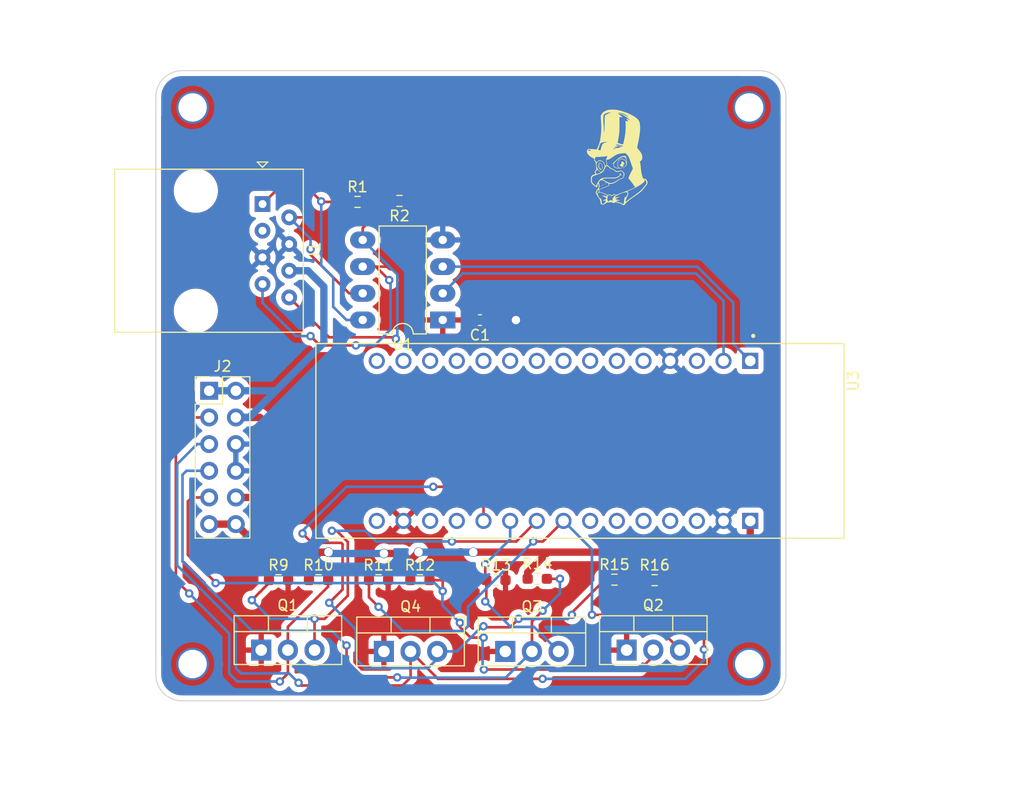
<source format=kicad_pcb>
(kicad_pcb (version 20211014) (generator pcbnew)

  (general
    (thickness 1.6)
  )

  (paper "A4")
  (layers
    (0 "F.Cu" signal)
    (31 "B.Cu" signal)
    (32 "B.Adhes" user "B.Adhesive")
    (33 "F.Adhes" user "F.Adhesive")
    (34 "B.Paste" user)
    (35 "F.Paste" user)
    (36 "B.SilkS" user "B.Silkscreen")
    (37 "F.SilkS" user "F.Silkscreen")
    (38 "B.Mask" user)
    (39 "F.Mask" user)
    (40 "Dwgs.User" user "User.Drawings")
    (41 "Cmts.User" user "User.Comments")
    (42 "Eco1.User" user "User.Eco1")
    (43 "Eco2.User" user "User.Eco2")
    (44 "Edge.Cuts" user)
    (45 "Margin" user)
    (46 "B.CrtYd" user "B.Courtyard")
    (47 "F.CrtYd" user "F.Courtyard")
    (48 "B.Fab" user)
    (49 "F.Fab" user)
    (50 "User.1" user)
    (51 "User.2" user)
    (52 "User.3" user)
    (53 "User.4" user)
    (54 "User.5" user)
    (55 "User.6" user)
    (56 "User.7" user)
    (57 "User.8" user)
    (58 "User.9" user)
  )

  (setup
    (stackup
      (layer "F.SilkS" (type "Top Silk Screen"))
      (layer "F.Paste" (type "Top Solder Paste"))
      (layer "F.Mask" (type "Top Solder Mask") (thickness 0.01))
      (layer "F.Cu" (type "copper") (thickness 0.035))
      (layer "dielectric 1" (type "core") (thickness 1.51) (material "FR4") (epsilon_r 4.5) (loss_tangent 0.02))
      (layer "B.Cu" (type "copper") (thickness 0.035))
      (layer "B.Mask" (type "Bottom Solder Mask") (thickness 0.01))
      (layer "B.Paste" (type "Bottom Solder Paste"))
      (layer "B.SilkS" (type "Bottom Silk Screen"))
      (copper_finish "None")
      (dielectric_constraints no)
    )
    (pad_to_mask_clearance 0)
    (pcbplotparams
      (layerselection 0x00010fc_ffffffff)
      (disableapertmacros false)
      (usegerberextensions true)
      (usegerberattributes false)
      (usegerberadvancedattributes false)
      (creategerberjobfile false)
      (svguseinch false)
      (svgprecision 6)
      (excludeedgelayer true)
      (plotframeref false)
      (viasonmask false)
      (mode 1)
      (useauxorigin false)
      (hpglpennumber 1)
      (hpglpenspeed 20)
      (hpglpendiameter 15.000000)
      (dxfpolygonmode true)
      (dxfimperialunits true)
      (dxfusepcbnewfont true)
      (psnegative false)
      (psa4output false)
      (plotreference true)
      (plotvalue false)
      (plotinvisibletext false)
      (sketchpadsonfab false)
      (subtractmaskfromsilk true)
      (outputformat 1)
      (mirror false)
      (drillshape 0)
      (scaleselection 1)
      (outputdirectory "gerbers/")
    )
  )

  (net 0 "")
  (net 1 "/RS485_A")
  (net 2 "/RS485_B")
  (net 3 "unconnected-(J1-Pad3)")
  (net 4 "/RS485_Z")
  (net 5 "/RS485_Y")
  (net 6 "+5V")
  (net 7 "/M1_DIR_OUT")
  (net 8 "/TIM2_CH2{slash}M1_SPEED_OUT")
  (net 9 "GND")
  (net 10 "/TIM2_CH4{slash}M2_SPEED_OUT")
  (net 11 "/M2_DIR_OUT")
  (net 12 "+3V3")
  (net 13 "/M1_DIR")
  (net 14 "/M2_DIR")
  (net 15 "/TIM2_CH4{slash}M2_SPEED")
  (net 16 "/TIM2_CH2{slash}M1_SPEED")
  (net 17 "/STM32_USART1_RX")
  (net 18 "/STM32_USART1_TX")
  (net 19 "unconnected-(U3-Pad3)")
  (net 20 "/STM32_USART1_DE{slash}RE")
  (net 21 "unconnected-(U3-Pad6)")
  (net 22 "unconnected-(U3-Pad7)")
  (net 23 "unconnected-(U3-Pad8)")
  (net 24 "unconnected-(U3-Pad9)")
  (net 25 "unconnected-(U3-Pad10)")
  (net 26 "unconnected-(U3-Pad11)")
  (net 27 "unconnected-(U3-Pad12)")
  (net 28 "unconnected-(U3-Pad13)")
  (net 29 "unconnected-(U3-Pad14)")
  (net 30 "unconnected-(U3-Pad15)")
  (net 31 "unconnected-(U3-Pad16)")
  (net 32 "unconnected-(U3-Pad18)")
  (net 33 "unconnected-(U3-Pad19)")
  (net 34 "unconnected-(U3-Pad24)")
  (net 35 "unconnected-(U3-Pad25)")
  (net 36 "unconnected-(U3-Pad26)")
  (net 37 "unconnected-(U3-Pad27)")
  (net 38 "unconnected-(U3-Pad28)")

  (footprint "Resistor_SMD:R_0603_1608Metric_Pad0.98x0.95mm_HandSolder" (layer "F.Cu") (at 11.684 48.514))

  (footprint "Resistor_SMD:R_0603_1608Metric_Pad0.98x0.95mm_HandSolder" (layer "F.Cu") (at 21.209 48.514))

  (footprint "Resistor_SMD:R_0603_1608Metric_Pad0.98x0.95mm_HandSolder" (layer "F.Cu") (at 19.2024 12.4968))

  (footprint "Resistor_SMD:R_0603_1608Metric_Pad0.98x0.95mm_HandSolder" (layer "F.Cu") (at 25.146 48.514))

  (footprint "Resistor_SMD:R_0603_1608Metric_Pad0.98x0.95mm_HandSolder" (layer "F.Cu") (at 47.498 48.514))

  (footprint "Connector_RJ:RJ45_Amphenol_54602-x08_Horizontal" (layer "F.Cu") (at 10.16 12.7 -90))

  (footprint "Package_TO_SOT_THT:TO-220-3_Vertical" (layer "F.Cu") (at 10.033 55.174))

  (footprint "Resistor_SMD:R_0603_1608Metric_Pad0.98x0.95mm_HandSolder" (layer "F.Cu") (at 32.385 48.514))

  (footprint "Connector_PinHeader_2.54mm:PinHeader_2x06_P2.54mm_Vertical" (layer "F.Cu") (at 5.08 30.48))

  (footprint "Resistor_SMD:R_0603_1608Metric_Pad0.98x0.95mm_HandSolder" (layer "F.Cu") (at 15.494 48.514))

  (footprint "Package_DIP:DIP-8_W7.62mm_LongPads" (layer "F.Cu") (at 27.32 23.739 180))

  (footprint "MountingHole:MountingHole_2.7mm_M2.5_DIN965_Pad_TopOnly" (layer "F.Cu") (at 56.5 56.5))

  (footprint "MountingHole:MountingHole_2.7mm_M2.5_DIN965_Pad_TopOnly" (layer "F.Cu") (at 3.5 3.5))

  (footprint "MountingHole:MountingHole_2.7mm_M2.5_DIN965_Pad_TopOnly" (layer "F.Cu") (at 3.5 56.5))

  (footprint "Package_TO_SOT_THT:TO-220-3_Vertical" (layer "F.Cu") (at 21.717 55.301))

  (footprint "MountingHole:MountingHole_2.7mm_M2.5_DIN965_Pad_TopOnly" (layer "F.Cu") (at 56.5 3.5))

  (footprint "Resistor_SMD:R_0603_1608Metric_Pad0.98x0.95mm_HandSolder" (layer "F.Cu") (at 36.322 48.387))

  (footprint "Resistor_SMD:R_0603_1608Metric_Pad0.98x0.95mm_HandSolder" (layer "F.Cu") (at 23.2 12.4 180))

  (footprint "Resistor_SMD:R_0603_1608Metric_Pad0.98x0.95mm_HandSolder" (layer "F.Cu") (at 43.672 48.466))

  (footprint "Package_TO_SOT_THT:TO-220-3_Vertical" (layer "F.Cu") (at 33.274 55.301))

  (footprint "Package_TO_SOT_THT:TO-220-3_Vertical" (layer "F.Cu") (at 44.831 55.174))

  (footprint "plib:epenguin_head_small" (layer "F.Cu") (at 43.942 8.255))

  (footprint "Capacitor_SMD:C_0603_1608Metric_Pad1.08x0.95mm_HandSolder" (layer "F.Cu") (at 30.861 23.749 180))

  (footprint "plib:MODULE_NUCLEO-L432KC" (layer "F.Cu") (at 40.386 35.2525 -90))

  (gr_line (start 0 2.5) (end 0 57.5) (layer "Edge.Cuts") (width 0.1) (tstamp 0b0ed82f-cd0f-483e-afb1-3d9c63626412))
  (gr_arc (start 57.5 0) (mid 59.267767 0.732233) (end 60 2.5) (layer "Edge.Cuts") (width 0.1) (tstamp 3026f0e5-2e03-4b09-8bf9-bf5e41de9fde))
  (gr_line (start 2.5 60) (end 57.5 60) (layer "Edge.Cuts") (width 0.1) (tstamp 3bc3a1f7-6e8d-4cb1-b522-61dab886a957))
  (gr_line (start 60 57.5) (end 60 2.5) (layer "Edge.Cuts") (width 0.1) (tstamp 55509fb5-1a05-4183-aa48-bc8ee8bff31d))
  (gr_line (start 57.5 0) (end 2.5 0) (layer "Edge.Cuts") (width 0.1) (tstamp a890f558-8662-408a-b127-32740c9a3a78))
  (gr_arc (start 2.5 60) (mid 0.732233 59.267767) (end 0 57.5) (layer "Edge.Cuts") (width 0.1) (tstamp af00085d-1794-4c99-952f-c446aee665f4))
  (gr_arc (start 60 57.5) (mid 59.267767 59.267767) (end 57.5 60) (layer "Edge.Cuts") (width 0.1) (tstamp d4fffbb7-788f-4b07-aa57-4a4d4fff19d5))
  (gr_arc (start 0 2.5) (mid 0.732233 0.732233) (end 2.5 0) (layer "Edge.Cuts") (width 0.1) (tstamp f721f40e-7993-44a7-bcd0-f5608efe0556))

  (segment (start 15.7988 12.4968) (end 15.748 12.446) (width 0.25) (layer "F.Cu") (net 1) (tstamp 021bfad1-1a09-44ff-a42d-befcf4348c57))
  (segment (start 10.16 12.7) (end 11.938 10.922) (width 0.25) (layer "F.Cu") (net 1) (tstamp 072bf934-f6a1-4e9d-99be-6bcac965cfe7))
  (segment (start 14.224 10.922) (end 15.748 12.446) (width 0.25) (layer "F.Cu") (net 1) (tstamp 079a62e9-c2e4-40bd-a26c-ef52b5e14a69))
  (segment (start 11.938 10.922) (end 14.224 10.922) (width 0.25) (layer "F.Cu") (net 1) (tstamp 81c65318-462d-4182-8d65-256cd4caad76))
  (segment (start 18.2899 12.4968) (end 15.7988 12.4968) (width 0.25) (layer "F.Cu") (net 1) (tstamp c7647252-0289-4cca-a3d2-5f9010db857b))
  (via (at 15.748 12.446) (size 0.8) (drill 0.4) (layers "F.Cu" "B.Cu") (net 1) (tstamp 3bcfa631-1dd4-4898-8e22-77dd790f7ab1))
  (segment (start 15.748 12.446) (end 15.748 18.542) (width 0.25) (layer "B.Cu") (net 1) (tstamp 18758a29-3318-41fa-8c39-db673d1a5044))
  (segment (start 18.151 23.739) (end 19.7 23.739) (width 0.25) (layer "B.Cu") (net 1) (tstamp 3b73301d-9fbe-45e3-aef1-f06153fe7e5f))
  (segment (start 15.748 18.542) (end 16.891 19.685) (width 0.25) (layer "B.Cu") (net 1) (tstamp 6f133c54-d5b4-476a-bc00-70cce2df80d8))
  (segment (start 16.891 22.479) (end 18.151 23.739) (width 0.25) (layer "B.Cu") (net 1) (tstamp af9b60d2-409a-4aa1-8211-94db1f90b557))
  (segment (start 16.891 19.685) (end 16.891 22.479) (width 0.25) (layer "B.Cu") (net 1) (tstamp b355aa47-4f3a-4b6b-9b2c-6a762e5462b7))
  (segment (start 14.732 17.018) (end 14.732 17.526) (width 0.25) (layer "F.Cu") (net 2) (tstamp 562c1bb4-807a-4f41-abf0-84d8306fcd6d))
  (segment (start 18.6417 13.97) (end 12.7 13.97) (width 0.25) (layer "F.Cu") (net 2) (tstamp 946833d8-cf88-4a83-89ec-01288c4ba83b))
  (segment (start 14.732 17.526) (end 18.405 21.199) (width 0.25) (layer "F.Cu") (net 2) (tstamp cc9152d0-3580-42f0-b03c-a2e29cc16b2d))
  (segment (start 18.405 21.199) (end 19.7 21.199) (width 0.25) (layer "F.Cu") (net 2) (tstamp d384bc90-0bfa-4af0-aea1-a96892e4cd93))
  (segment (start 20.1149 12.4968) (end 18.6417 13.97) (width 0.25) (layer "F.Cu") (net 2) (tstamp fbff3528-7b42-41ab-bf97-a543bf012360))
  (via (at 14.732 17.018) (size 0.8) (drill 0.4) (layers "F.Cu" "B.Cu") (net 2) (tstamp 5eb1e176-31c5-404b-9fe4-ddcc4c2a59b6))
  (segment (start 12.7 13.97) (end 14.732 16.002) (width 0.25) (layer "B.Cu") (net 2) (tstamp 7a1d1ed7-edc2-463a-8387-35921eff64aa))
  (segment (start 14.732 16.002) (end 14.732 17.018) (width 0.25) (layer "B.Cu") (net 2) (tstamp c0fd5835-756a-42c0-92bb-321373ef4c28))
  (segment (start 15.621 26.162) (end 19.05 26.162) (width 0.25) (layer "F.Cu") (net 4) (tstamp 0bc634a3-2b43-4ecb-bddb-a086a990d759))
  (segment (start 14.732 25.273) (end 15.621 26.162) (width 0.25) (layer "F.Cu") (net 4) (tstamp 0e8e94af-f45a-4ae8-a679-92580b44b11a))
  (segment (start 24.1125 12.4) (end 24.1125 17.2875) (width 0.25) (layer "F.Cu") (net 4) (tstamp 109c2a85-4cb5-4819-852f-05dd428325ed))
  (segment (start 22.741 18.659) (end 19.7 18.659) (width 0.25) (layer "F.Cu") (net 4) (tstamp 84e468b0-a6da-47b0-b18b-fe4bc50e584a))
  (segment (start 22.225 19.939) (end 20.945 18.659) (width 0.25) (layer "F.Cu") (net 4) (tstamp ba27e298-0eab-468e-9468-1453090ecd48))
  (segment (start 24.1125 17.2875) (end 22.741 18.659) (width 0.25) (layer "F.Cu") (net 4) (tstamp bd259cbc-0f77-4a69-bb1e-61ab5a14be6d))
  (segment (start 20.945 18.659) (end 19.7 18.659) (width 0.25) (layer "F.Cu") (net 4) (tstamp df4efa4e-437e-4716-8367-496e8305dd5f))
  (via (at 22.225 19.939) (size 0.8) (drill 0.4) (layers "F.Cu" "B.Cu") (net 4) (tstamp 3934e136-e668-413f-a938-39d5b3dae7f5))
  (via (at 14.732 25.273) (size 0.8) (drill 0.4) (layers "F.Cu" "B.Cu") (net 4) (tstamp 55b652b6-1d7b-4b10-8cc1-33a1beb02cf6))
  (via (at 19.05 26.162) (size 0.8) (drill 0.4) (layers "F.Cu" "B.Cu") (net 4) (tstamp e309d53e-573a-4a9e-8247-0b6b18d6390f))
  (segment (start 22.352 20.066) (end 22.225 19.939) (width 0.25) (layer "B.Cu") (net 4) (tstamp 55539e34-f643-444c-9162-d7f8b108bdc5))
  (segment (start 13.335 25.273) (end 14.732 25.273) (width 0.25) (layer "B.Cu") (net 4) (tstamp 5ed536e6-c57f-4dea-9669-87d9d81d4a73))
  (segment (start 10.16 20.32) (end 10.16 22.098) (width 0.25) (layer "B.Cu") (net 4) (tstamp 5ffd10af-5438-425d-90c1-894051600366))
  (segment (start 20.828 26.162) (end 22.352 24.638) (width 0.25) (layer "B.Cu") (net 4) (tstamp 63418526-9928-4eec-a6a4-6aac616d64af))
  (segment (start 19.05 26.162) (end 20.828 26.162) (width 0.25) (layer "B.Cu") (net 4) (tstamp 67525b84-d72a-45e1-826e-931191e295a2))
  (segment (start 22.352 24.638) (end 22.352 20.066) (width 0.25) (layer "B.Cu") (net 4) (tstamp a2ddf685-2dca-4cc2-9346-0729d47ca014))
  (segment (start 10.16 22.098) (end 12.319 24.257) (width 0.25) (layer "B.Cu") (net 4) (tstamp a3bf6576-c0d4-4640-a382-b947cbf55bac))
  (segment (start 12.319 24.257) (end 13.335 25.273) (width 0.25) (layer "B.Cu") (net 4) (tstamp b270f4e8-f0f3-4d21-a25a-6bf5af646c1e))
  (segment (start 22.2875 12.4) (end 19.7 14.9875) (width 0.25) (layer "F.Cu") (net 5) (tstamp 2e9fdb06-9b16-4dc2-92f6-77b21b764208))
  (segment (start 16.4975 25.3875) (end 22.7205 25.3875) (width 0.25) (layer "F.Cu") (net 5) (tstamp 3ce4e18f-5996-4071-81f3-0760b34c461a))
  (segment (start 19.7 14.9875) (end 19.7 16.119) (width 0.25) (layer "F.Cu") (net 5) (tstamp 5a9c1ff5-4f9f-4424-b588-6015519a3560))
  (segment (start 12.7 21.59) (end 16.4975 25.3875) (width 0.25) (layer "F.Cu") (net 5) (tstamp 8b9f20d6-1936-4603-b820-df7169423c34))
  (segment (start 22.7205 25.3875) (end 22.86 25.527) (width 0.25) (layer "F.Cu") (net 5) (tstamp cdee4d29-1254-4f18-9fd5-142b64ec5eff))
  (via (at 22.86 25.527) (size 0.8) (drill 0.4) (layers "F.Cu" "B.Cu") (net 5) (tstamp eac7cd7d-86c3-41e2-94b5-5e59371d1e6f))
  (segment (start 22.9995 25.3875) (end 22.86 25.527) (width 0.25) (layer "B.Cu") (net 5) (tstamp 0d9fcbd1-3607-42db-8706-a689c392baa8))
  (segment (start 19.7 16.119) (end 22.9995 19.4185) (width 0.25) (layer "B.Cu") (net 5) (tstamp 2bab33c2-f614-4669-be8d-27a46e31b151))
  (segment (start 22.9995 19.4185) (end 22.9995 25.3875) (width 0.25) (layer "B.Cu") (net 5) (tstamp b21d8af0-ebd7-4a61-8b13-8506aa8acda1))
  (segment (start 7.62 40.64) (end 9.271 40.64) (width 0.7) (layer "F.Cu") (net 6) (tstamp 0c7c6323-2581-4224-ad9c-7729508fdfc4))
  (segment (start 56.601 45.507) (end 56.601 42.8725) (width 0.7) (layer "F.Cu") (net 6) (tstamp 13584e23-840a-4745-90a4-0bcbb4d18a98))
  (segment (start 35.4095 47.7755) (end 35.4095 48.387) (width 0.7) (layer "F.Cu") (net 6) (tstamp 1a2eed79-2dff-43d5-92b2-1c49ddc2b6a0))
  (segment (start 15.621 45.847) (end 14.5815 46.8865) (width 0.7) (layer "F.Cu") (net 6) (tstamp 23b0aad7-fe2d-4a96-92a5-64a63dba1a50))
  (segment (start 10.668 33.782) (end 10.668 41.275) (width 0.7) (layer "F.Cu") (net 6) (tstamp 2f3692fc-f967-4fa2-b468-f6e679855844))
  (segment (start 5.08 43.18) (end 7.62 43.18) (width 0.7) (layer "F.Cu") (net 6) (tstamp 3a5e604d-7403-42ab-b283-55ef9b50db61))
  (segment (start 48.768 45.847) (end 37.338 45.847) (width 0.7) (layer "F.Cu") (net 6) (tstamp 3cd504fc-d44d-4a7e-abe7-9bcb72e41b89))
  (segment (start 23.495 45.974) (end 21.717 45.974) (width 0.7) (layer "F.Cu") (net 6) (tstamp 4274cd13-9a49-4bfe-bd6e-5a946c845d16))
  (segment (start 24.2335 46.7125) (end 23.495 45.974) (width 0.7) (layer "F.Cu") (net 6) (tstamp 481be2d2-cf5a-4233-a770-4f6384b7335d))
  (segment (start 25.019 45.847) (end 24.2335 46.6325) (width 0.7) (layer "F.Cu") (net 6) (tstamp 4868b244-4306-4d0e-a20c-95e3f99aa398))
  (segment (start 10.668 41.275) (end 10.287 41.656) (width 0.7) (layer "F.Cu") (net 6) (tstamp 6d82a6bb-2ee0-4568-a482-908290e2315b))
  (segment (start 10.287 45.847) (end 7.62 43.18) (width 0.7) (layer "F.Cu") (net 6) (tstamp 7e1ba587-864e-47ff-adc6-4a035a351154))
  (segment (start 16.51 45.847) (end 15.621 45.847) (width 0.7) (layer "F.Cu") (net 6) (tstamp 86f6660d-fa96-4a4c-94e0-167e7b2e35ac))
  (segment (start 9.906 33.02) (end 10.668 33.782) (width 0.7) (layer "F.Cu") (net 6) (tstamp 8a639ea7-1a7f-4e03-876c-4712271dd566))
  (segment (start 16.51 45.847) (end 10.287 45.847) (width 0.7) (layer "F.Cu") (net 6) (tstamp 8b421f2d-2bd1-4a4a-b189-69de6980b9d1))
  (segment (start 46.5855 48.514) (end 46.5855 47.0135) (width 0.7) (layer "F.Cu") (net 6) (tstamp 8ceeef3e-a608-4910-91a1-7aec09a43096))
  (segment (start 56.261 45.847) (end 56.601 45.507) (width 0.7) (layer "F.Cu") (net 6) (tstamp 9574e0a6-fe54-4ee4-bcc2-48a354b663c6))
  (segment (start 14.5815 46.8865) (end 14.5815 48.514) (width 0.7) (layer "F.Cu") (net 6) (tstamp 9a2a5e7a-2e85-43ac-b5f8-fb06790bdb3b))
  (segment (start 48.768 45.847) (end 56.261 45.847) (width 0.7) (layer "F.Cu") (net 6) (tstamp a2eb927a-4f42-4628-abf6-2eea793f1d78))
  (segment (start 24.2335 48.514) (end 24.2335 46.7125) (width 0.7) (layer "F.Cu") (net 6) (tstamp be2161ac-6159-4f06-b3f0-48715298f9a0))
  (segment (start 46.5855 47.0135) (end 47.752 45.847) (width 0.7) (layer "F.Cu") (net 6) (tstamp c412508b-f481-46e3-87f9-76cb8d058e6b))
  (segment (start 10.287 41.656) (end 10.287 45.847) (width 0.7) (layer "F.Cu") (net 6) (tstamp c5c42121-a541-4c31-b0a6-152f23e29237))
  (segment (start 37.338 45.847) (end 30.226 45.847) (width 0.7) (layer "F.Cu") (net 6) (tstamp d771010b-58e3-4abe-8337-16a9ee1adbb1))
  (segment (start 7.62 33.02) (end 9.906 33.02) (width 0.7) (layer "F.Cu") (net 6) (tstamp da521b24-3f20-4097-9aa5-0f49a22004ea))
  (segment (start 47.752 45.847) (end 48.768 45.847) (width 0.7) (layer "F.Cu") (net 6) (tstamp dcb4e53f-5a93-4bc7-b71e-ea7324270aa3))
  (segment (start 9.271 40.64) (end 10.287 41.656) (width 0.7) (layer "F.Cu") (net 6) (tstamp ec643f87-65c1-4b20-b12c-a34dc18b0c9a))
  (segment (start 24.2335 46.6325) (end 24.2335 48.514) (width 0.7) (layer "F.Cu") (net 6) (tstamp f1a7c216-c25a-46ed-a8d4-a208ed2ab179))
  (segment (start 37.338 45.847) (end 35.4095 47.7755) (width 0.7) (layer "F.Cu") (net 6) (tstamp f8c3b766-0426-4ed0-b637-7b39e1e49e11))
  (via (at 21.717 45.974) (size 0.9) (drill 0.8) (layers "F.Cu" "B.Cu") (net 6) (tstamp 8c7dfac8-4637-4736-867c-7a8cad94f7ff))
  (via (at 16.4445 45.847) (size 0.9) (drill 0.8) (layers "F.Cu" "B.Cu") (net 6) (tstamp 9917218d-d6b9-4476-8d50-9cd65967b2cd))
  (via (at 25.019 45.847) (size 0.9) (drill 0.8) (layers "F.Cu" "B.Cu") (net 6) (tstamp d6a5c574-e79e-4caa-8762-3e02a43e852b))
  (via (at 30.226 45.847) (size 0.9) (drill 0.8) (layers "F.Cu" "B.Cu") (net 6) (tstamp fe28e084-9bb0-4079-a42b-ace7fd2ee54c))
  (segment (start 14.478 19.05) (end 16.002 20.574) (width 0.7) (layer "B.Cu") (net 6) (tstamp 41476b7d-2d3f-4323-b0a0-6b2bd438edc0))
  (segment (start 16.002 25.908) (end 11.43 30.48) (width 0.7) (layer "B.Cu") (net 6) (tstamp 576bf1aa-11a5-45c8-8556-43625b1c9678))
  (segment (start 11.43 30.48) (end 7.62 30.48) (width 0.7) (layer "B.Cu") (net 6) (tstamp 8b8da5c4-6c8b-49f8-af69-accfe63d190b))
  (segment (start 30.226 45.847) (end 25.019 45.847) (width 0.7) (layer "B.Cu") (net 6) (tstamp 9c1958cf-87e3-466a-809c-957f614b8b20))
  (segment (start 7.62 33.02) (end 8.89 33.02) (width 0.7) (layer "B.Cu") (net 6) (tstamp b3971f97-9dd2-45bf-8600-04c3bcaced8a))
  (segment (start 12.7 19.05) (end 14.478 19.05) (width 0.7) (layer "B.Cu") (net 6) (tstamp b7e1b280-aad2-4b35-8170-801a5e0f6c60))
  (segment (start 8.89 33.02) (end 11.43 30.48) (width 0.7) (layer "B.Cu") (net 6) (tstamp c00b82b5-5c18-40fc-9cee-98f5f29da11e))
  (segment (start 16.5715 45.974) (end 16.4445 45.847) (width 0.7) (layer "B.Cu") (net 6) (tstamp cfff3910-0003-493a-bf6b-d5431fd21672))
  (segment (start 16.002 20.574) (end 16.002 25.908) (width 0.7) (layer "B.Cu") (net 6) (tstamp eaf0bf35-c0b0-42f7-9c0c-08eeb0ec0213))
  (segment (start 21.717 45.974) (end 16.5715 45.974) (width 0.7) (layer "B.Cu") (net 6) (tstamp eb64dbff-9c06-49dc-9b60-7cb67e15db7f))
  (segment (start 5.08 30.48) (end 7.62 30.48) (width 0.7) (layer "B.Cu") (net 6) (tstamp f256054b-4e2c-4e27-8f01-4b77d854a745))
  (segment (start 1.905 34.671) (end 3.556 33.02) (width 0.25) (layer "F.Cu") (net 7) (tstamp 67f17c5f-6edf-4b97-8133-e0cc795ce06a))
  (segment (start 3.175 49.784) (end 1.905 48.514) (width 0.25) (layer "F.Cu") (net 7) (tstamp 79d843f4-cf6a-4a22-bf07-ac685df0a019))
  (segment (start 16.4065 49.1255) (end 12.573 52.959) (width 0.25) (layer "F.Cu") (net 7) (tstamp 7e2c53bd-7981-448d-afa3-120a860f9788))
  (segment (start 1.905 48.514) (end 1.905 34.671) (width 0.25) (layer "F.Cu") (net 7) (tstamp 87747ded-a405-4509-860b-234c49b190b8))
  (segment (start 3.556 33.02) (end 5.08 33.02) (width 0.25) (layer "F.Cu") (net 7) (tstamp a6052132-8c75-4539-9f42-c25ceb6e4078))
  (segment (start 16.4065 48.514) (end 16.4065 49.1255) (width 0.25) (layer "F.Cu") (net 7) (tstamp cda4312f-8fa8-41a1-87fd-8f0fd8e86e37))
  (segment (start 12.573 52.959) (end 12.573 55.174) (width 0.25) (layer "F.Cu") (net 7) (tstamp dbfd3f77-01d9-4839-91d6-8ca526fc0c61))
  (segment (start 12.573 57.404) (end 11.811 58.166) (width 0.25) (layer "F.Cu") (net 7) (tstamp f2780041-584b-4e11-a880-c67b0d131d0a))
  (segment (start 12.573 55.174) (end 12.573 57.404) (width 0.25) (layer "F.Cu") (net 7) (tstamp f895331e-4e9d-4c9d-9465-e08d4c6fdadd))
  (via (at 11.811 58.166) (size 0.8) (drill 0.4) (layers "F.Cu" "B.Cu") (net 7) (tstamp 89d2ed87-161f-4bd9-833c-c0d13ba80c56))
  (via (at 3.175 49.784) (size 0.8) (drill 0.4) (layers "F.Cu" "B.Cu") (net 7) (tstamp f7d93fa1-6e9f-42eb-b768-1ca6edf9cdc0))
  (segment (start 11.811 58.166) (end 7.747 58.166) (width 0.25) (layer "B.Cu") (net 7) (tstamp 2f690d7b-69c6-4bf8-9d5b-da5e0b12c3b1))
  (segment (start 6.985 53.594) (end 3.175 49.784) (width 0.25) (layer "B.Cu") (net 7) (tstamp 4ef56206-ed14-4b2d-b0d9-6499b608c8b7))
  (segment (start 7.747 58.166) (end 6.985 57.404) (width 0.25) (layer "B.Cu") (net 7) (tstamp 905b4306-8004-436a-a47e-271f5486fa17))
  (segment (start 6.985 57.404) (end 6.985 53.594) (width 0.25) (layer "B.Cu") (net 7) (tstamp f0813858-6f57-4905-807b-c5817a405a9c))
  (segment (start 24.257 57.785) (end 23.495 58.547) (width 0.25) (layer "F.Cu") (net 8) (tstamp 0060ae3a-f6b8-421f-b3bf-5754f3367374))
  (segment (start 26.868 57.912) (end 24.257 55.301) (width 0.25) (layer "F.Cu") (net 8) (tstamp 09e283c3-7b38-439c-b859-01b4be1db432))
  (segment (start 48.4105 48.514) (end 52.197 52.3005) (width 0.25) (layer "F.Cu") (net 8) (tstamp 6b715cf9-a6fd-4d28-bc1c-017dd3c55bdf))
  (segment (start 24.257 55.301) (end 24.257 57.785) (width 0.25) (layer "F.Cu") (net 8) (tstamp a1b57099-7283-42d1-95f3-1e94d192a17a))
  (segment (start 23.495 58.547) (end 13.843 58.547) (width 0.25) (layer "F.Cu") (net 8) (tstamp a643e457-c95c-46c9-b7c3-2b914a61e25c))
  (segment (start 13.843 58.547) (end 13.589 58.293) (width 0.25) (layer "F.Cu") (net 8) (tstamp bec8f274-010c-4b1b-b473-ce9f5a41518c))
  (segment (start 36.83 57.912) (end 26.868 57.912) (width 0.25) (layer "F.Cu") (net 8) (tstamp d1190948-d7cc-43fb-84ec-31896582328f))
  (segment (start 52.197 52.3005) (end 52.197 55.118) (width 0.25) (layer "F.Cu") (net 8) (tstamp f15488e0-d763-4371-aba8-87b72e2caf77))
  (via (at 36.83 57.912) (size 0.8) (drill 0.4) (layers "F.Cu" "B.Cu") (net 8) (tstamp 32731030-780a-4b10-99ba-29317ac96870))
  (via (at 52.197 55.118) (size 0.8) (drill 0.4) (layers "F.Cu" "B.Cu") (net 8) (tstamp 3283ba72-652c-4614-8c1b-38c4000e84ae))
  (via (at 13.589 58.293) (size 0.8) (drill 0.4) (layers "F.Cu" "B.Cu") (net 8) (tstamp d48294f5-b0b3-4fd0-838d-6ad5498f7d26))
  (segment (start 13.589 58.293) (end 12.687 57.391) (width 0.25) (layer "B.Cu") (net 8) (tstamp 0b65a6dc-1de9-4291-ba74-d01229c3cf92))
  (segment (start 7.62 52.705) (end 2.032 47.117) (width 0.25) (layer "B.Cu") (net 8) (tstamp 17ec3929-61da-4dc3-b564-383f9a04d260))
  (segment (start 8.115 57.391) (end 7.62 56.896) (width 0.25) (layer "B.Cu") (net 8) (tstamp 19702f1d-0acf-466d-b054-7eb2c74dd309))
  (segment (start 3.937 35.56) (end 5.08 35.56) (width 0.25) (layer "B.Cu") (net 8) (tstamp 251b84e3-ff69-4bf9-a9bb-7912c65ba625))
  (segment (start 52.197 56.134) (end 52.197 55.118) (width 0.25) (layer "B.Cu") (net 8) (tstamp 2b7a5fc5-0cda-47c1-984a-cd9e9eba5bf7))
  (segment (start 2.032 47.117) (end 2.032 37.465) (width 0.25) (layer "B.Cu") (net 8) (tstamp 79d60862-66ee-4a5d-9477-531ad060cead))
  (segment (start 2.032 37.465) (end 3.937 35.56) (width 0.25) (layer "B.Cu") (net 8) (tstamp 937baf0c-3dcd-4746-a5ce-21fc8dc1039c))
  (segment (start 12.687 57.391) (end 8.115 57.391) (width 0.25) (layer "B.Cu") (net 8) (tstamp b597fdcb-e9a3-4834-8744-1b85ab58a564))
  (segment (start 7.62 56.896) (end 7.62 52.705) (width 0.25) (layer "B.Cu") (net 8) (tstamp bda1814d-3a22-40ba-84fa-665fee135467))
  (segment (start 50.419 57.912) (end 52.197 56.134) (width 0.25) (layer "B.Cu") (net 8) (tstamp e68bab03-8f0c-4659-a25c-b0ce298122c0))
  (segment (start 36.83 57.912) (end 50.419 57.912) (width 0.25) (layer "B.Cu") (net 8) (tstamp f9df68a6-3656-414a-854c-362461238c33))
  (segment (start 31.7235 23.749) (end 34.29 23.749) (width 0.7) (layer "F.Cu") (net 9) (tstamp 85b374bc-3e94-4bdf-97a9-a95abe1ebe10))
  (via (at 34.29 23.749) (size 0.9) (drill 0.8) (layers "F.Cu" "B.Cu") (net 9) (tstamp 3a606abb-aefd-4733-8c71-9613c7664863))
  (segment (start 18.161 54.737) (end 18.161 56.642) (width 0.25) (layer "F.Cu") (net 10) (tstamp 08731d26-ed19-448b-9502-37ac5ff561d5))
  (segment (start 37.2345 48.387) (end 38.481 48.387) (width 0.25) (layer "F.Cu") (net 10) (tstamp 231e3775-4380-4da4-89cc-baf441c543bd))
  (segment (start 35.814 52.451) (end 36.83 51.435) (width 0.25) (layer "F.Cu") (net 10) (tstamp 29e0b322-262c-4528-bf9b-1300bf3db062))
  (segment (start 18.161 56.642) (end 19.05 57.531) (width 0.25) (layer "F.Cu") (net 10) (tstamp 5fd617fa-3a43-46db-92f3-6925aead3524))
  (segment (start 19.2915 57.7725) (end 22.987 57.7725) (width 0.25) (layer "F.Cu") (net 10) (tstamp bda86f06-7980-4fb6-bc97-670293e4d48e))
  (segment (start 35.814 55.301) (end 35.814 52.451) (width 0.25) (layer "F.Cu") (net 10) (tstamp bef48c31-4514-41ee-82b5-418176a20d68))
  (segment (start 19.05 57.531) (end 19.2915 57.7725) (width 0.25) (layer "F.Cu") (net 10) (tstamp ce8e9fe8-c932-4ccf-a63f-7b0a516eed57))
  (via (at 36.83 51.435) (size 0.8) (drill 0.4) (layers "F.Cu" "B.Cu") (net 10) (tstamp 094fb761-3a19-4977-800a-2ed7a55ebe2b))
  (via (at 38.481 48.387) (size 0.8) (drill 0.4) (layers "F.Cu" "B.Cu") (net 10) (tstamp 4816f009-7b85-42b5-ae2a-e90d4f05c446))
  (via (at 18.161 54.737) (size 0.8) (drill 0.4) (layers "F.Cu" "B.Cu") (net 10) (tstamp 4fd45cbb-d8f4-45e4-8e1c-99a0ed72c8f3))
  (via (at 22.987 57.7725) (size 0.8) (drill 0.4) (layers "F.Cu" "B.Cu") (net 10) (tstamp fe7ea6b2-4e90-46b3-b465-e957293b8495))
  (segment (start 33.3175 57.7975) (end 35.814 55.301) (width 0.25) (layer "B.Cu") (net 10) (tstamp 1045e6d7-2ca9-4b71-a941-735adb4c09ac))
  (segment (start 5.08 38.1) (end 2.921 38.1) (width 0.25) (layer "B.Cu") (net 10) (tstamp 25f34a9f-ff4e-41cb-b7d4-60269b517c98))
  (segment (start 36.83 51.435) (end 38.481 49.784) (width 0.25) (layer "B.Cu") (net 10) (tstamp 4e2b10f9-fef0-4c0d-983a-978c5a3c6694))
  (segment (start 16.51 53.34) (end 16.764 53.34) (width 0.25) (layer "B.Cu") (net 10) (tstamp 515475f4-f96a-4728-a3c6-df18ab5f73ce))
  (segment (start 2.921 38.1) (end 2.54 38.481) (width 0.25) (layer "B.Cu") (net 10) (tstamp 560c4357-0b1c-48f5-95c3-47ce32add646))
  (segment (start 2.667 46.863) (end 9.144 53.34) (width 0.25) (layer "B.Cu") (net 10) (tstamp 881336d6-cfef-4953-8627-3324a2c015ab))
  (segment (start 2.54 46.736) (end 2.667 46.863) (width 0.25) (layer "B.Cu") (net 10) (tstamp a62b25e7-bfac-4398-a569-037edb3e947c))
  (segment (start 38.481 49.784) (end 38.481 48.387) (width 0.25) (layer "B.Cu") (net 10) (tstamp b6813b62-969e-4842-b481-84f9822cd4f8))
  (segment (start 9.144 53.34) (end 16.51 53.34) (width 0.25) (layer "B.Cu") (net 10) (tstamp c34c6fac-4083-4d6f-ad6a-51c92fb468e0))
  (segment (start 23.012 57.7975) (end 33.3175 57.7975) (width 0.25) (layer "B.Cu") (net 10) (tstamp c491b998-3a60-48bc-889c-0493216003a0))
  (segment (start 22.987 57.7725) (end 23.012 57.7975) (width 0.25) (layer "B.Cu") (net 10) (tstamp c90d14f6-f9f7-4fc1-9390-a235c91c90f2))
  (segment (start 2.54 38.481) (end 2.54 46.736) (width 0.25) (layer "B.Cu") (net 10) (tstamp da9fe687-659f-478c-843f-3d776e6d7331))
  (segment (start 16.764 53.34) (end 18.161 54.737) (width 0.25) (layer "B.Cu") (net 10) (tstamp ffab1661-71dd-4645-84f2-9c3402d0e588))
  (segment (start 46.101 57.023) (end 47.371 55.753) (width 0.25) (layer "F.Cu") (net 11) (tstamp 14536f01-9185-40b3-86bc-b5b4e6d3264f))
  (segment (start 3.429 40.64) (end 3.048 41.021) (width 0.25) (layer "F.Cu") (net 11) (tstamp 2356e48b-614b-4b8e-8a2b-76c5b8b565f7))
  (segment (start 5.08 40.64) (end 3.429 40.64) (width 0.25) (layer "F.Cu") (net 11) (tstamp 406ee787-0ae7-4f59-acf1-8b9afc7ae222))
  (segment (start 27.316385 48.525385) (end 27.316385 49.558493) (width 0.25) (layer "F.Cu") (net 11) (tstamp 412048f0-093d-45d9-95c1-fc5546ab921c))
  (segment (start 31.214958 53.983668) (end 29.963168 53.983668) (width 0.25) (layer "F.Cu") (net 11) (tstamp 48af4e10-0f1f-4afb-8043-c526b50be8e9))
  (segment (start 3.048 46.101) (end 3.302 46.355) (width 0.25) (layer "F.Cu") (net 11) (tstamp 577c7e8d-e7fa-48ef-b59d-35103415666c))
  (segment (start 31.242 57.023) (end 46.101 57.023) (width 0.25) (layer "F.Cu") (net 11) (tstamp 5790cef5-8707-4479-a634-e5a14a58cd7b))
  (segment (start 47.371 55.753) (end 47.371 55.174) (width 0.25) (layer "F.Cu") (net 11) (tstamp 5cce254c-8188-4617-bbe7-f6d97b71e391))
  (segment (start 3.048 41.021) (end 3.048 46.101) (width 0.25) (layer "F.Cu") (net 11) (tstamp 6db855a4-d1c3-4e6d-bde5-696005ce95fd))
  (segment (start 27.305 48.514) (end 27.316385 48.525385) (width 0.25) (layer "F.Cu") (net 11) (tstamp 75e36437-df41-4cc3-9e9a-9ce4a718b65c))
  (segment (start 5.691155 48.744155) (end 5.691155 48.791845) (width 0.25) (layer "F.Cu") (net 11) (tstamp c5863be7-eb97-4d42-ad45-45a69b919f02))
  (segment (start 3.302 46.355) (end 5.691155 48.744155) (width 0.25) (layer "F.Cu") (net 11) (tstamp d00ea0ef-f013-4763-bc8d-3e2fb6ff753b))
  (segment (start 26.0585 48.514) (end 27.305 48.514) (width 0.25) (layer "F.Cu") (net 11) (tstamp dba9b464-ccc6-4dac-9980-906c8c5c8439))
  (segment (start 28.956 52.9765) (end 28.956 52.578) (width 0.25) (layer "F.Cu") (net 11) (tstamp f4a57a97-ab6d-4568-ab81-8310e6ec64c7))
  (segment (start 29.963168 53.983668) (end 28.956 52.9765) (width 0.25) (layer "F.Cu") (net 11) (tstamp f9c81306-ef7d-448a-bbd4-ebab01245efd))
  (via (at 28.956 52.578) (size 0.8) (drill 0.4) (layers "F.Cu" "B.Cu") (net 11) (tstamp 27010eb7-0349-4eff-88a7-023d50496752))
  (via (at 27.316385 49.558493) (size 0.8) (drill 0.4) (layers "F.Cu" "B.Cu") (net 11) (tstamp 43fc4866-467f-47d2-96d5-50eebb195c02))
  (via (at 31.242 57.023) (size 0.8) (drill 0.4) (layers "F.Cu" "B.Cu") (net 11) (tstamp 52cdf93e-507b-4f7b-b808-b39d01e2e715))
  (via (at 5.691155 48.791845) (size 0.8) (drill 0.4) (layers "F.Cu" "B.Cu") (net 11) (tstamp 7854e0c9-56d1-4ec6-8148-813c3037057b))
  (via (at 31.214958 53.983668) (size 0.8) (drill 0.4) (layers "F.Cu" "B.Cu") (net 11) (tstamp 8075f62e-fa1d-4980-9bd7-d84f182ce0a3))
  (segment (start 31.242 57.023) (end 31.115 56.896) (width 0.25) (layer "B.Cu") (net 11) (tstamp 390acae6-19ab-4625-b4d2-966319088ca2))
  (segment (start 31.115 54.083626) (end 31.214958 53.983668) (width 0.25) (layer "B.Cu") (net 11) (tstamp 439466f6-9724-46ce-99c0-59f5eedfc2da))
  (segment (start 27.316385 49.558493) (end 27.2925 49.582378) (width 0.25) (layer "B.Cu") (net 11) (tstamp 64cc70c8-ae18-41ba-80ec-2ea36c4b76dc))
  (segment (start 26.549737 48.791845) (end 27.316385 49.558493) (width 0.25) (layer "B.Cu") (net 11) (tstamp 715cc2c7-8636-4bf5-9460-1b59d30fad51))
  (segment (start 27.2925 50.9145) (end 28.956 52.578) (width 0.25) (layer "B.Cu") (net 11) (tstamp 9282da5c-7250-4dd1-b1bd-f98703bd2004))
  (segment (start 5.691155 48.791845) (end 26.549737 48.791845) (width 0.25) (layer "B.Cu") (net 11) (tstamp a9b0be6b-b66d-48e4-b1f7-d81ea0947a17))
  (segment (start 31.115 56.896) (end 31.115 54.083626) (width 0.25) (layer "B.Cu") (net 11) (tstamp ccaf96d7-b7a5-41dd-9f8a-3237df8e6f7c))
  (segment (start 27.2925 49.582378) (end 27.2925 50.9145) (width 0.25) (layer "B.Cu") (net 11) (tstamp e7c15be6-53b8-461d-8ba3-2d5da162a9c1))
  (segment (start 9.144 50.419) (end 10.7715 48.7915) (width 0.25) (layer "F.Cu") (net 13) (tstamp 0a6f596a-a370-4e2e-a566-eaddb15bedba))
  (segment (start 16.764 43.815) (end 17.216401 43.815) (width 0.25) (layer "F.Cu") (net 13) (tstamp 0bf9316e-4a4c-42d0-8e36-377227b11ede))
  (segment (start 16.081309 52.197) (end 15.113 52.197) (width 0.25) (layer "F.Cu") (net 13) (tstamp 135c69cf-9518-419b-a36d-9f96f0ad61c1))
  (segment (start 10.7715 48.7915) (end 10.7715 48.514) (width 0.25) (layer "F.Cu") (net 13) (tstamp 2da472a3-c87e-487b-8893-58c045c44869))
  (segment (start 15.113 55.174) (end 15.113 52.197) (width 0.25) (layer "F.Cu") (net 13) (tstamp 6b28d2e7-23f5-4723-888a-84ee012c2a63))
  (segment (start 34.3225 44.831) (end 36.281 42.8725) (width 0.25) (layer "F.Cu") (net 13) (tstamp 6d982215-7c57-4fd5-a784-6a23e55ad126))
  (segment (start 18.279501 44.8781) (end 18.279501 49.998808) (width 0.25) (layer "F.Cu") (net 13) (tstamp bede1cef-ab15-42b4-a4ca-96cd62895b79))
  (segment (start 28.194 44.831) (end 34.3225 44.831) (width 0.25) (layer "F.Cu") (net 13) (tstamp c06229cb-8bf3-4c0f-a4df-f03206ace221))
  (segment (start 17.216401 43.815) (end 18.279501 44.8781) (width 0.25) (layer "F.Cu") (net 13) (tstamp ccfe1ac7-ddd0-47f3-bb8c-550ab3dea7f0))
  (segment (start 18.279501 49.998808) (end 16.081309 52.197) (width 0.25) (layer "F.Cu") (net 13) (tstamp e360780d-fc4d-492d-8a24-1b4257a92d4c))
  (via (at 9.144 50.419) (size 0.8) (drill 0.4) (layers "F.Cu" "B.Cu") (net 13) (tstamp 0cc89232-52a9-4969-a2e2-7b1acbda78ba))
  (via (at 16.764 43.815) (size 0.8) (drill 0.4) (layers "F.Cu" "B.Cu") (net 13) (tstamp 0ce986a6-b69a-4f3a-969d-98ce38d588a0))
  (via (at 15.113 52.197) (size 0.8) (drill 0.4) (layers "F.Cu" "B.Cu") (net 13) (tstamp 759b402d-c9cc-4b17-8d12-7315595f43d3))
  (via (at 28.194 44.831) (size 0.8) (drill 0.4) (layers "F.Cu" "B.Cu") (net 13) (tstamp a027d835-f138-4243-b0d2-2c79ae1e3b9d))
  (segment (start 19.939 43.815) (end 20.955 44.831) (width 0.25) (layer "B.Cu") (net 13) (tstamp 1e4c3f21-8eb9-4a60-803f-7598816c3240))
  (segment (start 10.922 52.197) (end 9.144 50.419) (width 0.25) (layer "B.Cu") (net 13) (tstamp 40764629-23e2-46fd-8745-ff50d020713a))
  (segment (start 15.113 52.197) (end 10.922 52.197) (width 0.25) (layer "B.Cu") (net 13) (tstamp 558e1ab2-fcb0-4f7e-b07f-45c59a12d39d))
  (segment (start 20.955 44.831) (end 28.194 44.831) (width 0.25) (layer "B.Cu") (net 13) (tstamp b8738f77-baf5-4338-ba51-4bed8b38cb41))
  (segment (start 16.764 43.815) (end 19.939 43.815) (width 0.25) (layer "B.Cu") (net 13) (tstamp d4dc7dfe-1714-4ccf-aff3-8f279ad62ad9))
  (segment (start 46.6005 51.816) (end 41.529 51.816) (width 0.25) (layer "F.Cu") (net 14) (tstamp 09f58cb6-5711-411f-9d6c-4133ed159dbb))
  (segment (start 49.911 55.1265) (end 46.6005 51.816) (width 0.25) (layer "F.Cu") (net 14) (tstamp 40ab6886-0f3f-4c24-8342-600030d6e2eb))
  (segment (start 36.8625 44.831) (end 35.941 44.831) (width 0.25) (layer "F.Cu") (net 14) (tstamp 5747ce23-59d0-491f-b414-ec557ba67924))
  (segment (start 20.2965 50.1415) (end 20.2965 48.514) (width 0.25) (layer "F.Cu") (net 14) (tstamp 61a3ac40-d95f-4304-97fb-e839ed689c3b))
  (segment (start 38.821 42.8725) (end 36.8625 44.831) (width 0.25) (layer "F.Cu") (net 14) (tstamp b8cc7e82-df90-4afd-a6d3-306dc99ae979))
  (segment (start 49.911 55.174) (end 49.911 55.1265) (width 0.25) (layer "F.Cu") (net 14) (tstamp d9620086-6299-46dd-9472-437b56ab5e5e))
  (segment (start 21.209 51.054) (end 20.2965 50.1415) (width 0.25) (layer "F.Cu") (net 14) (tstamp f9b8a761-6d75-452a-8e84-8faa2af48dad))
  (via (at 35.941 44.831) (size 0.8) (drill 0.4) (layers "F.Cu" "B.Cu") (net 14) (tstamp 0ebc1f05-2fd6-411b-ad2e-49f052dbefc9))
  (via (at 21.209 51.054) (size 0.8) (drill 0.4) (layers "F.Cu" "B.Cu") (net 14) (tstamp 35d0181a-a8a9-4604-bc99-97606956a4d7))
  (via (at 41.529 51.816) (size 0.8) (drill 0.4) (layers "F.Cu" "B.Cu") (net 14) (tstamp 79c65403-f14b-4657-b425-25da058bf9b4))
  (segment (start 41.529 45.5805) (end 41.529 51.816) (width 0.25) (layer "B.Cu") (net 14) (tstamp 0dfd58ca-23db-47dc-878b-0b9007d29471))
  (segment (start 35.941 44.831) (end 29.7305 51.0415) (width 0.25) (layer "B.Cu") (net 14) (tstamp 1a2b2b79-5c3a-4472-b7b8-694633440905))
  (segment (start 23.5075 53.3525) (end 21.209 51.054) (width 0.25) (layer "B.Cu") (net 14) (tstamp 1b509001-e54a-4443-ab5e-2a67111b4be9))
  (segment (start 29.7305 52.898809) (end 29.276809 53.3525) (width 0.25) (layer "B.Cu") (net 14) (tstamp 4e2c3133-adfd-45dd-81f0-c9a3e0f1e024))
  (segment (start 29.7305 51.0415) (end 29.7305 52.898809) (width 0.25) (layer "B.Cu") (net 14) (tstamp 8d24948f-67b3-40c4-a90b-2617022d8ed6))
  (segment (start 29.276809 53.3525) (end 23.5075 53.3525) (width 0.25) (layer "B.Cu") (net 14) (tstamp 9bdc8cfe-5f27-4d40-bc0c-cea31bce3ce3))
  (segment (start 38.821 42.8725) (end 41.529 45.5805) (width 0.25) (layer "B.Cu") (net 14) (tstamp e525cf06-b4c9-4b51-b33e-396bd0cc09ae))
  (segment (start 31.4725 48.514) (end 31.4725 50.4425) (width 0.25) (layer "F.Cu") (net 15) (tstamp 212b435c-04e1-48f5-9ba6-5d2294f8eed2))
  (segment (start 31.369 48.4105) (end 31.4725 48.514) (width 0.25) (layer "F.Cu") (net 15) (tstamp 6a2b51c4-7521-449b-9323-f8ac75ea405d))
  (segment (start 31.4725 50.4425) (end 31.369 50.546) (width 0.25) (layer "F.Cu") (net 15) (tstamp d7fa70e4-373a-4260-8895-f32e1c6321b4))
  (segment (start 31.369 46.99) (end 31.369 48.4105) (width 0.25) (layer "F.Cu") (net 15) (tstamp ece0be63-be1a-435a-889f-ec0573a5a9e5))
  (via (at 31.369 50.546) (size 0.8) (drill 0.4) (layers "F.Cu" "B.Cu") (net 15) (tstamp c41a32c7-0a6e-40f0-b4f4-ace4fa4b4d4e))
  (via (at 31.369 46.99) (size 0.8) (drill 0.4) (layers "F.Cu" "B.Cu") (net 15) (tstamp fb037990-9e3a-4a6d-b14f-9445978c1492))
  (segment (start 33.7945 52.9715) (end 31.369 50.546) (width 0.25) (layer "B.Cu") (net 15) (tstamp 4c4208dd-d8a0-47cd-9b55-e7679a763529))
  (segment (start 33.741 42.8725) (end 33.741 44.618) (width 0.25) (layer "B.Cu") (net 15) (tstamp a865fa31-cff8-437f-a08c-e1bed81b1776))
  (segment (start 33.741 44.618) (end 31.369 46.99) (width 0.25) (layer "B.Cu") (net 15) (tstamp aa847ead-059c-4bb4-b28a-06fe8f4a3430))
  (segment (start 38.354 55.301) (end 36.0245 52.9715) (width 0.25) (layer "B.Cu") (net 15) (tstamp c3e727b6-58a6-49e1-8eff-4034be6307a5))
  (segment (start 36.0245 52.9715) (end 33.7945 52.9715) (width 0.25) (layer "B.Cu") (net 15) (tstamp db8be71b-b7eb-41f8-9200-e3bd35f22a7a))
  (segment (start 31.201 41.107) (end 29.845 39.751) (width 0.25) (layer "F.Cu") (net 16) (tstamp 02913e5e-f7ea-49ce-b543-567078c31d40))
  (segment (start 29.718 39.624) (end 27.432 39.624) (width 0.25) (layer "F.Cu") (net 16) (tstamp 11be7ce9-7947-417d-b50e-38b8334a98ca))
  (segment (start 31.201 42.8725) (end 31.201 41.107) (width 0.25) (layer "F.Cu") (net 16) (tstamp 137ad857-02ff-4f33-9e9d-31e728f8be02))
  (segment (start 31.288145 52.998119) (end 33.742881 52.998119) (width 0.25) (layer "F.Cu") (net 16) (tstamp 13f40a04-e114-41f5-b443-8aeb75623a96))
  (segment (start 29.845 39.751) (end 29.718 39.624) (width 0.25) (layer "F.Cu") (net 16) (tstamp 1b9e1e15-eb87-4b7d-92ab-b870b39edfa5))
  (segment (start 17.78 48.641) (end 17.78 49.403) (width 0.25) (layer "F.Cu") (net 16) (tstamp 2176d8cf-899c-4779-a0fa-ef7620dbe8fe))
  (segment (start 17.78 45.085) (end 17.78 48.641) (width 0.25) (layer "F.Cu") (net 16) (tstamp 35033e7e-0d2f-4bf4-bfca-614b625202ee))
  (segment (start 17.653 44.958) (end 17.78 45.085) (width 0.25) (layer "F.Cu") (net 16) (tstamp 37026d1a-69f4-43bc-b2fc-37ed02327073))
  (segment (start 39.624 51.6015) (end 39.624 51.816) (width 0.25) (layer "F.Cu") (net 16) (tstamp 55a6a6cd-0a1e-4ffa-8bae-46f8b5da98c6))
  (segment (start 27.432 39.624) (end 26.416 39.624) (width 0.25) (layer "F.Cu") (net 16) (tstamp 646018bb-93bc-4723-8d92-965956c0e091))
  (segment (start 42.7595 48.466) (end 39.624 51.6015) (width 0.25) (layer "F.Cu") (net 16) (tstamp 916d70e7-c165-4cd8-883c-cc6ab9e219af))
  (segment (start 33.742881 52.998119) (end 34.544 52.197) (width 0.25) (layer "F.Cu") (net 16) (tstamp c6bf24d9-a610-44b0-8640-e4271eec38c9))
  (segment (start 31.196963 52.906937) (end 31.288145 52.998119) (width 0.25) (layer "F.Cu") (net 16) (tstamp d3ad3a20-650f-47c7-a82c-1d10e2f90a41))
  (segment (start 13.97 44.069) (end 14.859 44.958) (width 0.25) (layer "F.Cu") (net 16) (tstamp e61855ed-0484-45d2-b603-196c1f7de35a))
  (segment (start 14.859 44.958) (end 17.653 44.958) (width 0.25) (layer "F.Cu") (net 16) (tstamp ef73da7c-c2a7-4a9d-a0dd-4fa4fe2c16a2))
  (segment (start 17.78 49.403) (end 16.51 50.673) (width 0.25) (layer "F.Cu") (net 16) (tstamp fde77fbc-4bb9-4f20-8929-a9c0540c94df))
  (via (at 16.51 50.673) (size 0.8) (drill 0.4) (layers "F.Cu" "B.Cu") (net 16) (tstamp 331ef077-3d15-488e-ab8e-124d5e167dd4))
  (via (at 26.416 39.624) (size 0.8) (drill 0.4) (layers "F.Cu" "B.Cu") (net 16) (tstamp 355cfb0d-cb58-48aa-9992-1118b70eda50))
  (via (at 13.97 44.069) (size 0.8) (drill 0.4) (layers "F.Cu" "B.Cu") (net 16) (tstamp 3d5e4212-7792-4ec4-a96e-ead11701550c))
  (via (at 31.196963 52.906937) (size 0.8) (drill 0.4) (layers "F.Cu" "B.Cu") (net 16) (tstamp 413d081f-0440-495b-9b22-92d1d3797909))
  (via (at 34.544 52.197) (size 0.8) (drill 0.4) (layers "F.Cu" "B.Cu") (net 16) (tstamp 678e1c0e-290e-434c-954d-9c881cc790d3))
  (via (at 39.624 51.816) (size 0.8) (drill 0.4) (layers "F.Cu" "B.Cu") (net 16) (tstamp a843fbcf-95a7-4a9f-807d-a84a56d00731))
  (segment (start 34.5565 52.2095) (end 39.2305 52.2095) (width 0.25) (layer "B.Cu") (net 16) (tstamp 0012d69a-5488-42ac-adff-a5f3e1cb441a))
  (segment (start 39.2305 52.2095) (end 39.624 51.816) (width 0.25) (layer "B.Cu") (net 16) (tstamp 0332d63c-4ce2-4b9a-8da7-5c16f4e7c092))
  (segment (start 19.939 56.896) (end 25.908 56.896) (width 0.25) (layer "B.Cu") (net 16) (tstamp 110dffb8-83cc-4607-bf5b-74ac4c2c50b6))
  (segment (start 19.05 53.213) (end 19.05 56.007) (width 0.25) (layer "B.Cu") (net 16) (tstamp 23171de8-8091-41ab-975c-fdb1adeb74db))
  (segment (start 26.416 39.624) (end 18.161 39.624) (width 0.25) (layer "B.Cu") (net 16) (tstamp 2eac3cb3-8280-488a-93e6-b3d182192628))
  (segment (start 19.05 56.007) (end 19.939 56.896) (width 0.25) (layer "B.Cu") (net 16) (tstamp 608cb166-75e4-47d5-a77e-6e2fc5f944f8))
  (segment (start 25.908 56.896) (end 26.797 56.007) (width 0.25) (layer "B.Cu") (net 16) (tstamp 8ac4a615-92e2-4954-9ed9-8b6bacce5d5c))
  (segment (start 26.797 55.301) (end 28.677618 55.301) (width 0.25) (layer "B.Cu") (net 16) (tstamp 9afe2e28-62f5-4963-acfd-f4c56033127a))
  (segment (start 26.797 56.007) (end 26.797 55.301) (width 0.25) (layer "B.Cu") (net 16) (tstamp 9d6b426b-ef39-4856-904d-9543715d27b3))
  (segment (start 31.071681 52.906937) (end 31.196963 52.906937) (width 0.25) (layer "B.Cu") (net 16) (tstamp aa519447-ef9d-4b63-8eaa-5d2b5fe91f30))
  (segment (start 14.224 43.561) (end 13.97 43.815) (width 0.25) (layer "B.Cu") (net 16) (tstamp b6272a32-8720-4217-96be-e6b89791b3ac))
  (segment (start 13.97 43.815) (end 13.97 44.069) (width 0.25) (layer "B.Cu") (net 16) (tstamp c1fc5532-5191-4562-bc6f-4d5b2b8cc788))
  (segment (start 34.544 52.197) (end 34.5565 52.2095) (width 0.25) (layer "B.Cu") (net 16) (tstamp da1a04ed-c940-4c64-9ae2-ce7dd5cc85d4))
  (segment (start 16.51 50.673) (end 19.05 53.213) (width 0.25) (layer "B.Cu") (net 16) (tstamp e9ec427c-122b-42b0-8332-6e4617d87806))
  (segment (start 28.677618 55.301) (end 31.071681 52.906937) (width 0.25) (layer "B.Cu") (net 16) (tstamp f011fc55-d415-4697-9f61-45b5e09c48f3))
  (segment (start 18.161 39.624) (end 14.224 43.561) (width 0.25) (layer "B.Cu") (net 16) (tstamp f615595a-7ae6-4de2-a712-384c246b737a))
  (segment (start 27.32 21.199) (end 29.215 19.304) (width 0.25) (layer "B.Cu") (net 17) (tstamp 4cb39752-f8db-4688-bcaa-1cbff73b659b))
  (segment (start 54.061 21.93) (end 54.061 27.6325) (width 0.25) (layer "B.Cu") (net 17) (tstamp 88f26730-450f-4cd7-80a8-86b11f754e52))
  (segment (start 29.215 19.304) (end 51.435 19.304) (width 0.25) (layer "B.Cu") (net 17) (tstamp a33008ca-deb1-42fb-9032-2bb47e58e77d))
  (segment (start 51.435 19.304) (end 54.061 21.93) (width 0.25) (layer "B.Cu") (net 17) (tstamp fd352e8a-15c6-4c17-bbe6-25df03e17091))
  (segment (start 56.601 27.6325) (end 54.991 26.0225) (width 0.25) (layer "B.Cu") (net 18) (tstamp 0fd39229-c0b5-44f0-be7c-81204e2cb097))
  (segment (start 51.552 18.659) (end 27.32 18.659) (width 0.25) (layer "B.Cu") (net 18) (tstamp 4ad143bf-190c-40d2-a4ab-3aa81498e3e3))
  (segment (start 54.991 22.098) (end 51.552 18.659) (width 0.25) (layer "B.Cu") (net 18) (tstamp 4b824192-f69e-4d62-bab7-21e0f5f7ee98))
  (segment (start 54.991 26.0225) (end 54.991 22.098) (width 0.25) (layer "B.Cu") (net 18) (tstamp 9b51fed9-c7c0-40a1-bbfd-8447cb55a294))

  (zone (net 12) (net_name "+3V3") (layer "F.Cu") (tstamp edd6b12b-f2d7-40a4-b1bb-9f5a5af995c9) (hatch edge 0.508)
    (connect_pads (clearance 0.508))
    (min_thickness 0.254) (filled_areas_thickness no)
    (fill yes (thermal_gap 0.508) (thermal_bridge_width 0.508))
    (polygon
      (pts
        (xy 70.104 -2.921)
        (xy 79.248 67.437)
        (xy -8.128 64.897)
        (xy -11.43 3.302)
        (xy -8.509 -4.445)
      )
    )
    (filled_polygon
      (layer "F.Cu")
      (pts
        (xy 55.723495 0.528502)
        (xy 55.769988 0.582158)
        (xy 55.780092 0.652432)
        (xy 55.750598 0.717012)
        (xy 55.696188 0.753707)
        (xy 55.651617 0.768967)
        (xy 55.418112 0.848914)
        (xy 55.120574 0.990833)
        (xy 55.117495 0.992764)
        (xy 55.117494 0.992765)
        (xy 55.052174 1.03374)
        (xy 54.841319 1.166009)
        (xy 54.838485 1.168279)
        (xy 54.83848 1.168283)
        (xy 54.771895 1.221628)
        (xy 54.584049 1.372121)
        (xy 54.352174 1.606437)
        (xy 54.148767 1.865851)
        (xy 54.146874 1.86894)
        (xy 54.146872 1.868943)
        (xy 54.071059 1.99266)
        (xy 53.976525 2.146925)
        (xy 53.975006 2.150197)
        (xy 53.975003 2.150203)
        (xy 53.929469 2.248299)
        (xy 53.83773 2.445933)
        (xy 53.734222 2.758912)
        (xy 53.667373 3.081714)
        (xy 53.638069 3.41006)
        (xy 53.646698 3.739598)
        (xy 53.693146 4.065961)
        (xy 53.694065 4.069464)
        (xy 53.694066 4.069469)
        (xy 53.756376 4.306978)
        (xy 53.776798 4.384822)
        (xy 53.896544 4.691955)
        (xy 53.898248 4.695173)
        (xy 54.023468 4.931672)
        (xy 54.050798 4.98329)
        (xy 54.05285 4.986275)
        (xy 54.052855 4.986284)
        (xy 54.235457 5.251972)
        (xy 54.235463 5.251979)
        (xy 54.237514 5.254964)
        (xy 54.454219 5.503377)
        (xy 54.698039 5.725236)
        (xy 54.700987 5.727354)
        (xy 54.700989 5.727356)
        (xy 54.962793 5.915481)
        (xy 54.962799 5.915485)
        (xy 54.965744 5.917601)
        (xy 55.253784 6.077922)
        (xy 55.558342 6.204074)
        (xy 55.561836 6.205069)
        (xy 55.561838 6.20507)
        (xy 55.87188 6.293388)
        (xy 55.871885 6.293389)
        (xy 55.875381 6.294385)
        (xy 56.061993 6.324944)
        (xy 56.197118 6.347072)
        (xy 56.197125 6.347073)
        (xy 56.200699 6.347658)
        (xy 56.365342 6.355423)
        (xy 56.526357 6.363016)
        (xy 56.526358 6.363016)
        (xy 56.529984 6.363187)
        (xy 56.541877 6.362376)
        (xy 56.855241 6.341014)
        (xy 56.855249 6.341013)
        (xy 56.858872 6.340766)
        (xy 56.862448 6.340103)
        (xy 56.86245 6.340103)
        (xy 57.179438 6.281353)
        (xy 57.179442 6.281352)
        (xy 57.183003 6.280692)
        (xy 57.498082 6.183761)
        (xy 57.638406 6.122163)
        (xy 57.796604 6.052719)
        (xy 57.796612 6.052715)
        (xy 57.799931 6.051258)
        (xy 58.08455 5.88494)
        (xy 58.216933 5.785544)
        (xy 58.34526 5.689194)
        (xy 58.345264 5.689191)
        (xy 58.348167 5.687011)
        (xy 58.587288 5.460094)
        (xy 58.798743 5.207197)
        (xy 58.943856 4.986284)
        (xy 58.977742 4.934698)
        (xy 58.977747 4.934689)
        (xy 58.979729 4.931672)
        (xy 59.127847 4.637171)
        (xy 59.241135 4.327597)
        (xy 59.241986 4.324054)
        (xy 59.242982 4.319907)
        (xy 59.278334 4.258338)
        (xy 59.34136 4.225656)
        (xy 59.412051 4.232237)
        (xy 59.467963 4.275991)
        (xy 59.4915 4.349322)
        (xy 59.4915 55.665195)
        (xy 59.471498 55.733316)
        (xy 59.417842 55.779809)
        (xy 59.347568 55.789913)
        (xy 59.282988 55.760419)
        (xy 59.244689 55.700981)
        (xy 59.242605 55.693944)
        (xy 59.194065 55.530077)
        (xy 59.179616 55.496202)
        (xy 59.066155 55.230195)
        (xy 59.066153 55.230192)
        (xy 59.064731 55.226857)
        (xy 59.034012 55.173)
        (xy 58.903193 54.943651)
        (xy 58.901402 54.940511)
        (xy 58.891425 54.926928)
        (xy 58.708384 54.677749)
        (xy 58.708382 54.677747)
        (xy 58.706244 54.674836)
        (xy 58.510177 54.463842)
        (xy 58.484315 54.436011)
        (xy 58.484314 54.43601)
        (xy 58.481844 54.433352)
        (xy 58.479084 54.430995)
        (xy 58.479078 54.430989)
        (xy 58.233947 54.221628)
        (xy 58.233942 54.221624)
        (xy 58.231175 54.219261)
        (xy 58.22815 54.217228)
        (xy 57.960569 54.03742)
        (xy 57.960565 54.037418)
        (xy 57.957561 54.035399)
        (xy 57.664627 53.884205)
        (xy 57.356257 53.767682)
        (xy 57.352736 53.766798)
        (xy 57.352731 53.766796)
        (xy 57.163807 53.719342)
        (xy 57.036537 53.687374)
        (xy 57.01179 53.684116)
        (xy 56.71331 53.64482)
        (xy 56.713302 53.644819)
        (xy 56.709706 53.644346)
        (xy 56.572651 53.642193)
        (xy 56.383738 53.639225)
        (xy 56.383734 53.639225)
        (xy 56.380096 53.639168)
        (xy 56.376482 53.639529)
        (xy 56.376476 53.639529)
        (xy 56.155046 53.661631)
        (xy 56.052074 53.671909)
        (xy 55.873445 53.710856)
        (xy 55.772218 53.732927)
        (xy 55.72999 53.742134)
        (xy 55.726563 53.743307)
        (xy 55.726557 53.743309)
        (xy 55.507598 53.818276)
        (xy 55.418112 53.848914)
        (xy 55.120574 53.990833)
        (xy 55.117495 53.992764)
        (xy 55.117494 53.992765)
        (xy 55.080327 54.01608)
        (xy 54.841319 54.166009)
        (xy 54.838485 54.168279)
        (xy 54.83848 54.168283)
        (xy 54.728582 54.256328)
        (xy 54.584049 54.372121)
        (xy 54.560309 54.396111)
        (xy 54.379859 54.578461)
        (xy 54.352174 54.606437)
        (xy 54.148767 54.865851)
        (xy 54.146874 54.86894)
        (xy 54.146872 54.868943)
        (xy 54.000038 55.108556)
        (xy 53.976525 55.146925)
        (xy 53.975006 55.150197)
        (xy 53.975003 55.150203)
        (xy 53.940884 55.223706)
        (xy 53.83773 55.445933)
        (xy 53.83659 55.44938)
        (xy 53.790767 55.587937)
        (xy 53.734222 55.758912)
        (xy 53.733486 55.762467)
        (xy 53.733485 55.76247)
        (xy 53.668259 56.077434)
        (xy 53.667373 56.081714)
        (xy 53.652363 56.249896)
        (xy 53.643056 56.354187)
        (xy 53.638069 56.41006)
        (xy 53.638164 56.41369)
        (xy 53.638164 56.413691)
        (xy 53.643758 56.627324)
        (xy 53.646698 56.739598)
        (xy 53.647208 56.743183)
        (xy 53.647209 56.743192)
        (xy 53.667816 56.887983)
        (xy 53.693146 57.065961)
        (xy 53.694065 57.069464)
        (xy 53.694066 57.069469)
        (xy 53.748905 57.2785)
        (xy 53.776798 57.384822)
        (xy 53.896544 57.691955)
        (xy 53.947779 57.788721)
        (xy 54.043984 57.97042)
        (xy 54.050798 57.98329)
        (xy 54.05285 57.986275)
        (xy 54.052855 57.986284)
        (xy 54.235457 58.251972)
        (xy 54.235463 58.251979)
        (xy 54.237514 58.254964)
        (xy 54.39104 58.430954)
        (xy 54.447566 58.49575)
        (xy 54.454219 58.503377)
        (xy 54.698039 58.725236)
        (xy 54.700987 58.727354)
        (xy 54.700989 58.727356)
        (xy 54.962793 58.915481)
        (xy 54.962799 58.915485)
        (xy 54.965744 58.917601)
        (xy 55.253784 59.077922)
        (xy 55.558342 59.204074)
        (xy 55.561836 59.205069)
        (xy 55.561838 59.20507)
        (xy 55.69963 59.244321)
        (xy 55.759665 59.28222)
        (xy 55.789679 59.34656)
        (xy 55.780144 59.416913)
        (xy 55.734087 59.470943)
        (xy 55.665111 59.4915)
        (xy 4.335843 59.4915)
        (xy 4.267722 59.471498)
        (xy 4.221229 59.417842)
        (xy 4.211125 59.347568)
        (xy 4.240619 59.282988)
        (xy 4.298794 59.24507)
        (xy 4.494604 59.184831)
        (xy 4.498082 59.183761)
        (xy 4.667323 59.109469)
        (xy 4.796604 59.052719)
        (xy 4.796612 59.052715)
        (xy 4.799931 59.051258)
        (xy 5.08455 58.88494)
        (xy 5.226836 58.778109)
        (xy 5.34526 58.689194)
        (xy 5.345264 58.689191)
        (xy 5.348167 58.687011)
        (xy 5.587288 58.460094)
        (xy 5.618171 58.423159)
        (xy 5.756515 58.257701)
        (xy 5.798743 58.207197)
        (xy 5.825739 58.1661)
        (xy 5.977742 57.934698)
        (xy 5.977747 57.934689)
        (xy 5.979729 57.931672)
        (xy 6.127847 57.637171)
        (xy 6.157345 57.556564)
        (xy 6.239887 57.331008)
        (xy 6.239888 57.331004)
        (xy 6.241135 57.327597)
        (xy 6.24198 57.324075)
        (xy 6.241983 57.324067)
        (xy 6.317244 57.010584)
        (xy 6.317245 57.01058)
        (xy 6.318091 57.007055)
        (xy 6.326709 56.935839)
        (xy 6.357358 56.68257)
        (xy 6.357358 56.682563)
        (xy 6.357694 56.679791)
        (xy 6.358051 56.66845)
        (xy 6.363256 56.502797)
        (xy 6.363344 56.5)
        (xy 6.361292 56.464414)
        (xy 6.347123 56.218669)
        (xy 8.572501 56.218669)
        (xy 8.572871 56.22549)
        (xy 8.578395 56.276352)
        (xy 8.582021 56.291604)
        (xy 8.627176 56.412054)
        (xy 8.635714 56.427649)
        (xy 8.712215 56.529724)
        (xy 8.724776 56.542285)
        (xy 8.826851 56.618786)
        (xy 8.842446 56.627324)
        (xy 8.962894 56.672478)
        (xy 8.978149 56.676105)
        (xy 9.029014 56.681631)
        (xy 9.035828 56.682)
        (xy 9.760885 56.682)
        (xy 9.776124 56.677525)
        (xy 9.777329 56.676135)
        (xy 9.779 56.66845)
        (xy 9.779 55.446115)
        (xy 9.774525 55.430876)
        (xy 9.773135 55.429671)
        (xy 9.765452 55.428)
        (xy 8.590616 55.428)
        (xy 8.575377 55.432475)
        (xy 8.574172 55.433865)
        (xy 8.572501 55.441548)
        (xy 8.572501 56.218669)
        (xy 6.347123 56.218669)
        (xy 6.344577 56.174515)
        (xy 6.344576 56.17451)
        (xy 6.344368 56.170895)
        (xy 6.327962 56.076891)
        (xy 6.288315 55.849726)
        (xy 6.288313 55.849718)
        (xy 6.287691 55.846153)
        (xy 6.262296 55.760419)
        (xy 6.242605 55.693944)
        (xy 6.194065 55.530077)
        (xy 6.179616 55.496202)
        (xy 6.066155 55.230195)
        (xy 6.066153 55.230192)
        (xy 6.064731 55.226857)
        (xy 6.034012 55.173)
        (xy 5.903193 54.943651)
        (xy 5.901402 54.940511)
        (xy 5.891425 54.926928)
        (xy 5.873029 54.901885)
        (xy 8.5725 54.901885)
        (xy 8.576975 54.917124)
        (xy 8.578365 54.918329)
        (xy 8.586048 54.92)
        (xy 9.760885 54.92)
        (xy 9.776124 54.915525)
        (xy 9.777329 54.914135)
        (xy 9.779 54.906452)
        (xy 9.779 53.684116)
        (xy 9.774525 53.668877)
        (xy 9.773135 53.667672)
        (xy 9.765452 53.666001)
        (xy 9.035831 53.666001)
        (xy 9.02901 53.666371)
        (xy 8.978148 53.671895)
        (xy 8.962896 53.675521)
        (xy 8.842446 53.720676)
        (xy 8.826851 53.729214)
        (xy 8.724776 53.805715)
        (xy 8.712215 53.818276)
        (xy 8.635714 53.920351)
        (xy 8.627176 53.935946)
        (xy 8.582022 54.056394)
        (xy 8.578395 54.071649)
        (xy 8.572869 54.122514)
        (xy 8.5725 54.129328)
        (xy 8.5725 54.901885)
        (xy 5.873029 54.901885)
        (xy 5.708384 54.677749)
        (xy 5.708382 54.677747)
        (xy 5.706244 54.674836)
        (xy 5.510177 54.463842)
        (xy 5.484315 54.436011)
        (xy 5.484314 54.43601)
        (xy 5.481844 54.433352)
        (xy 5.479084 54.430995)
        (xy 5.479078 54.430989)
        (xy 5.233947 54.221628)
        (xy 5.233942 54.221624)
        (xy 5.231175 54.219261)
        (xy 5.22815 54.217228)
        (xy 4.960569 54.03742)
        (xy 4.960565 54.037418)
        (xy 4.957561 54.035399)
        (xy 4.664627 53.884205)
        (xy 4.356257 53.767682)
        (xy 4.352736 53.766798)
        (xy 4.352731 53.766796)
        (xy 4.163807 53.719342)
        (xy 4.036537 53.687374)
        (xy 4.01179 53.684116)
        (xy 3.71331 53.64482)
        (xy 3.713302 53.644819)
        (xy 3.709706 53.644346)
        (xy 3.572651 53.642193)
        (xy 3.383738 53.639225)
        (xy 3.383734 53.639225)
        (xy 3.380096 53.639168)
        (xy 3.376482 53.639529)
        (xy 3.376476 53.639529)
        (xy 3.155046 53.661631)
        (xy 3.052074 53.671909)
        (xy 2.873445 53.710856)
        (xy 2.772218 53.732927)
        (xy 2.72999 53.742134)
        (xy 2.726563 53.743307)
        (xy 2.726557 53.743309)
        (xy 2.507598 53.818276)
        (xy 2.418112 53.848914)
        (xy 2.120574 53.990833)
        (xy 2.117495 53.992764)
        (xy 2.117494 53.992765)
        (xy 2.080327 54.01608)
        (xy 1.841319 54.166009)
        (xy 1.838485 54.168279)
        (xy 1.83848 54.168283)
        (xy 1.728582 54.256328)
        (xy 1.584049 54.372121)
        (xy 1.560309 54.396111)
        (xy 1.379859 54.578461)
        (xy 1.352174 54.606437)
        (xy 1.148767 54.865851)
        (xy 1.146874 54.86894)
        (xy 1.146872 54.868943)
        (xy 1.000038 55.108556)
        (xy 0.976525 55.146925)
        (xy 0.975006 55.150197)
        (xy 0.975003 55.150203)
        (xy 0.940884 55.223706)
        (xy 0.83773 55.445933)
        (xy 0.83659 55.44938)
        (xy 0.754128 55.698722)
        (xy 0.713748 55.757117)
        (xy 0.648207 55.784411)
        (xy 0.578315 55.771939)
        (xy 0.526261 55.723659)
        (xy 0.5085 55.659159)
        (xy 0.5085 34.650943)
        (xy 1.26678 34.650943)
        (xy 1.267526 34.658835)
        (xy 1.270941 34.694961)
        (xy 1.2715 34.706819)
        (xy 1.2715 48.435233)
        (xy 1.270973 48.446416)
        (xy 1.269298 48.453909)
        (xy 1.269547 48.461835)
        (xy 1.269547 48.461836)
        (xy 1.271438 48.521986)
        (xy 1.2715 48.525945)
        (xy 1.2715 48.553856)
        (xy 1.271997 48.55779)
        (xy 1.271997 48.557791)
        (xy 1.272005 48.557856)
        (xy 1.272938 48.569693)
        (xy 1.274327 48.613889)
        (xy 1.279978 48.633339)
        (xy 1.283987 48.6527)
        (xy 1.286526 48.672797)
        (xy 1.289445 48.680168)
        (xy 1.289445 48.68017)
        (xy 1.302804 48.713912)
        (xy 1.306649 48.725142)
        (xy 1.316771 48.759983)
        (xy 1.318982 48.767593)
        (xy 1.323015 48.774412)
        (xy 1.323017 48.774417)
        (xy 1.329293 48.785028)
        (xy 1.337988 48.802776)
        (xy 1.345448 48.821617)
        (xy 1.35011 48.828033)
        (xy 1.35011 48.828034)
        (xy 1.371436 48.857387)
        (xy 1.377952 48.867307)
        (xy 1.400458 48.905362)
        (xy 1.414779 48.919683)
        (xy 1.427619 48.934716)
        (xy 1.439528 48.951107)
        (xy 1.47167 48.977697)
        (xy 1.473605 48.979298)
        (xy 1.482384 48.987288)
        (xy 2.227878 49.732782)
        (xy 2.261904 49.795094)
        (xy 2.264092 49.808703)
        (xy 2.281458 49.973928)
        (xy 2.340473 50.155556)
        (xy 2.343776 50.161278)
        (xy 2.343777 50.161279)
        (xy 2.357678 50.185356)
        (xy 2.43596 50.320944)
        (xy 2.440378 50.325851)
        (xy 2.440379 50.325852)
        (xy 2.532947 50.428659)
        (xy 2.563747 50.462866)
        (xy 2.60771 50.494807)
        (xy 2.705982 50.566206)
        (xy 2.718248 50.575118)
        (xy 2.724276 50.577802)
        (xy 2.724278 50.577803)
        (xy 2.872695 50.643882)
        (xy 2.892712 50.652794)
        (xy 2.986113 50.672647)
        (xy 3.073056 50.691128)
        (xy 3.073061 50.691128)
        (xy 3.079513 50.6925)
        (xy 3.270487 50.6925)
        (xy 3.276939 50.691128)
        (xy 3.276944 50.691128)
        (xy 3.363887 50.672647)
        (xy 3.457288 50.652794)
        (xy 3.477305 50.643882)
        (xy 3.625722 50.577803)
        (xy 3.625724 50.577802)
        (xy 3.631752 50.575118)
        (xy 3.644019 50.566206)
        (xy 3.74229 50.494807)
        (xy 3.786253 50.462866)
        (xy 3.817053 50.428659)
        (xy 3.82575 50.419)
        (xy 8.230496 50.419)
        (xy 8.231186 50.425565)
        (xy 8.247803 50.583663)
        (xy 8.250458 50.608928)
        (xy 8.309473 50.790556)
        (xy 8.312776 50.796278)
        (xy 8.312777 50.796279)
        (xy 8.334464 50.833842)
        (xy 8.40496 50.955944)
        (xy 8.409378 50.960851)
        (xy 8.409379 50.960852)
        (xy 8.49325 51.054)
        (xy 8.532747 51.097866)
        (xy 8.621705 51.162498)
        (xy 8.681535 51.205967)
        (xy 8.687248 51.210118)
        (xy 8.693276 51.212802)
        (xy 8.693278 51.212803)
        (xy 8.855681 51.285109)
        (xy 8.861712 51.287794)
        (xy 8.955112 51.307647)
        (xy 9.042056 51.326128)
        (xy 9.042061 51.326128)
        (xy 9.048513 51.3275)
        (xy 9.239487 51.3275)
        (xy 9.245939 51.326128)
        (xy 9.245944 51.326128)
        (xy 9.332888 51.307647)
        (xy 9.426288 51.287794)
        (xy 9.432319 51.285109)
        (xy 9.594722 51.212803)
        (xy 9.594724 51.212802)
        (xy 9.600752 51.210118)
        (xy 9.606466 51.205967)
        (xy 9.666295 51.162498)
        (xy 9.755253 51.097866)
        (xy 9.79475 51.054)
        (xy 9.878621 50.960852)
        (xy 9.878622 50.960851)
        (xy 9.88304 50.955944)
        (xy 9.953536 50.833842)
        (xy 9.975223 50.796279)
        (xy 9.975224 50.796278)
        (xy 9.978527 50.790556)
        (xy 10.037542 50.608928)
        (xy 10.040198 50.583663)
        (xy 10.052604 50.465621)
        (xy 10.054907 50.443706)
        (xy 10.08192 50.37805)
        (xy 10.091122 50.367782)
        (xy 10.924499 49.534405)
        (xy 10.986811 49.500379)
        (xy 11.013594 49.4975)
        (xy 11.071072 49.4975)
        (xy 11.074318 49.497163)
        (xy 11.074322 49.497163)
        (xy 11.168235 49.487419)
        (xy 11.168239 49.487418)
        (xy 11.175093 49.486707)
        (xy 11.181629 49.484526)
        (xy 11.181631 49.484526)
        (xy 11.326136 49.436315)
        (xy 11.340107 49.431654)
        (xy 11.488031 49.340116)
        (xy 11.595101 49.232859)
        (xy 11.657382 49.19878)
        (xy 11.728202 49.203783)
        (xy 11.773291 49.232704)
        (xy 11.876129 49.335363)
        (xy 11.88754 49.344375)
        (xy 12.023063 49.427912)
        (xy 12.036241 49.434056)
        (xy 12.187766 49.484315)
        (xy 12.201132 49.487181)
        (xy 12.29377 49.496672)
        (xy 12.300185 49.497)
        (xy 12.324385 49.497)
        (xy 12.339624 49.492525)
        (xy 12.340829 49.491135)
        (xy 12.3425 49.483452)
        (xy 12.3425 47.549115)
        (xy 12.338025 47.533876)
        (xy 12.336635 47.532671)
        (xy 12.328952 47.531)
        (xy 12.300234 47.531)
        (xy 12.293718 47.531337)
        (xy 12.199868 47.541075)
        (xy 12.186472 47.543968)
        (xy 12.035047 47.594488)
        (xy 12.021885 47.600653)
        (xy 11.886508 47.684426)
        (xy 11.87511 47.69346)
        (xy 11.773607 47.79514)
        (xy 11.711324 47.829219)
        (xy 11.640504 47.824216)
        (xy 11.595416 47.795295)
        (xy 11.581316 47.781219)
        (xy 11.487003 47.687071)
        (xy 11.458188 47.669309)
        (xy 11.34515 47.599631)
        (xy 11.345148 47.59963)
        (xy 11.33892 47.595791)
        (xy 11.173809 47.541026)
        (xy 11.166973 47.540326)
        (xy 11.16697 47.540325)
        (xy 11.115474 47.535049)
        (xy 11.071072 47.5305)
        (xy 10.471928 47.5305)
        (xy 10.468682 47.530837)
        (xy 10.468678 47.530837)
        (xy 10.374765 47.540581)
        (xy 10.374761 47.540582)
        (xy 10.367907 47.541293)
        (xy 10.361371 47.543474)
        (xy 10.361369 47.543474)
        (xy 10.243022 47.582958)
        (xy 10.202893 47.596346)
        (xy 10.054969 47.687884)
        (xy 10.049796 47.693066)
        (xy 9.937242 47.805816)
        (xy 9.937238 47.805821)
        (xy 9.932071 47.810997)
        (xy 9.928231 47.817227)
        (xy 9.92823 47.817228)
        (xy 9.845364 47.951662)
        (xy 9.840791 47.95908)
        (xy 9.786026 48.124191)
        (xy 9.785326 48.131027)
        (xy 9.785325 48.13103)
        (xy 9.784319 48.14085)
        (xy 9.7755 48.226928)
        (xy 9.7755 48.801072)
        (xy 9.775837 48.804319)
        (xy 9.777818 48.823409)
        (xy 9.764954 48.89323)
        (xy 9.741586 48.92551)
        (xy 9.466614 49.200481)
        (xy 9.193499 49.473596)
        (xy 9.131187 49.507621)
        (xy 9.104404 49.5105)
        (xy 9.048513 49.5105)
        (xy 9.042061 49.511872)
        (xy 9.042056 49.511872)
        (xy 8.955113 49.530353)
        (xy 8.861712 49.550206)
        (xy 8.855682 49.552891)
        (xy 8.855681 49.552891)
        (xy 8.693278 49.625197)
        (xy 8.693276 49.625198)
        (xy 8.687248 49.627882)
        (xy 8.532747 49.740134)
        (xy 8.528326 49.745044)
        (xy 8.528325 49.745045)
        (xy 8.430503 49.853688)
        (xy 8.40496 49.882056)
        (xy 8.38088 49.923764)
        (xy 8.316796 50.034761)
        (xy 8.309473 50.047444)
        (xy 8.250458 50.229072)
        (xy 8.249768 50.235633
... [499516 chars truncated]
</source>
